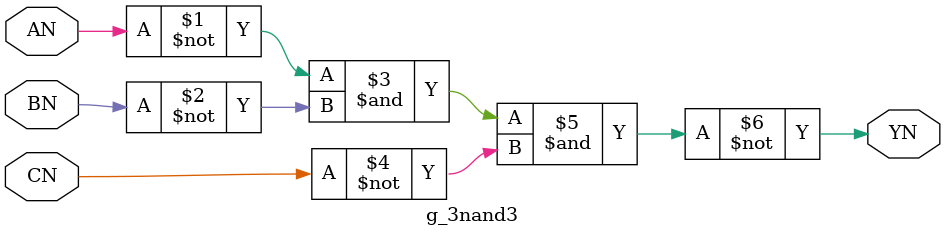
<source format=v>
module g_3nand3 (YN, AN, BN, CN);

   input AN, BN, CN;
   output YN;

   nand (YN, ~AN, ~BN, ~CN);

endmodule // g_3nand3

</source>
